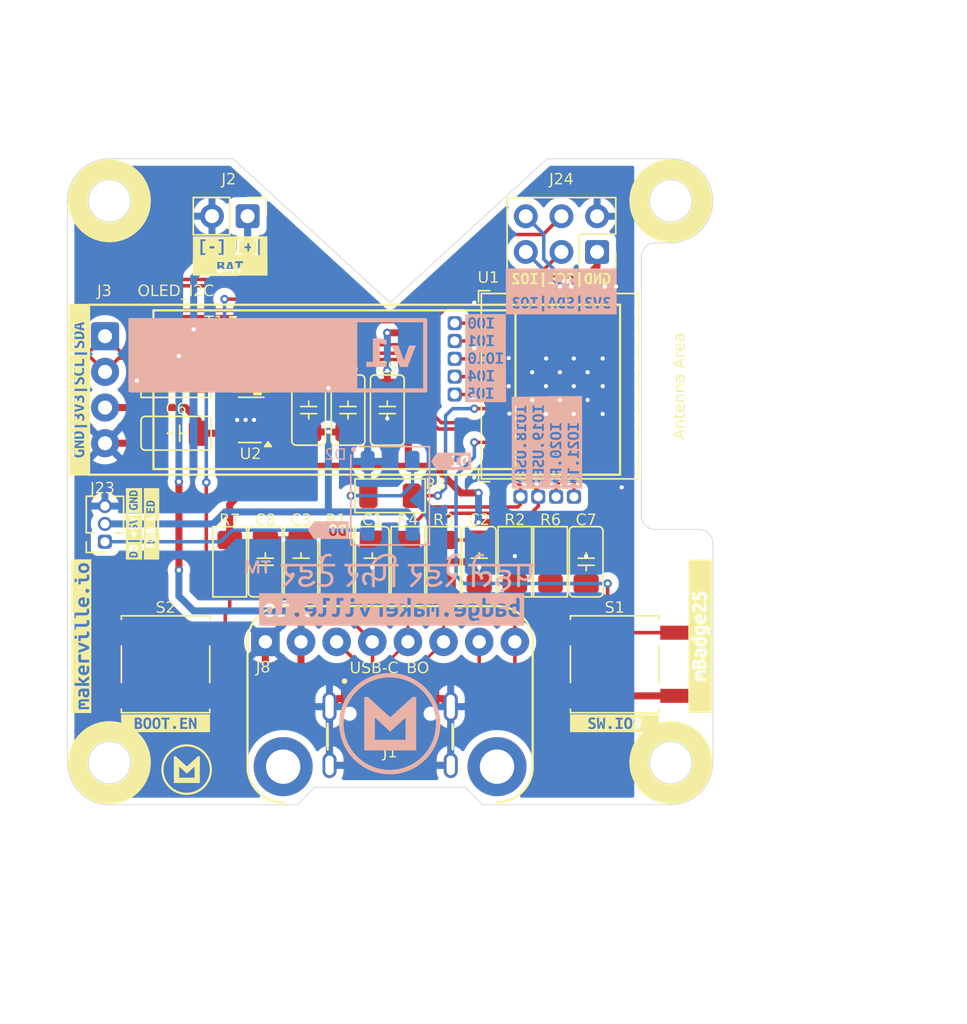
<source format=kicad_pcb>
(kicad_pcb (version 20241229) (generator "pcbnew") (generator_version "9.0")
  (layers (0 "F.Cu" signal) (2 "B.Cu" signal) (5 "F.SilkS" user "F.Silkscreen") (7 "B.SilkS" user "B.Silkscreen") (1 "F.Mask" user) (3 "B.Mask" user) (25 "Edge.Cuts" user))
  (net 0 "")
  (net 8 "Net-(J21-Pin_1)")
  (net 12 "Net-(J22-Pin_1)")
  (net 17 "/IO18.USBN")
  (net 18 "/GND")
  (net 19 "/CC1")
  (net 20 "/IO19.USBP")
  (net 21 "/VUSB")
  (net 22 "/5V0")
  (net 23 "/3V3")
  (net 24 "/IO9.SW")
  (net 25 "/EN")
  (net 26 "/SBU2")
  (net 27 "/DN")
  (net 28 "/DP")
  (net 29 "/CC2")
  (net 30 "/SBU1")
  (net 31 "/VBAT")
  (net 32 "/IO8.SCL")
  (net 33 "/IO7.SDA")
  (net 34 "/IO6.RGB")
  (net 35 "/IO20.RX")
  (net 36 "/IO10")
  (net 37 "/IO4")
  (net 38 "/IO5")
  (net 39 "/IO21.TX")
  (net 41 "/RGB.DO")
  (net 42 "/RGB.DI")
  (net 43 "/IO3.SAO")
  (net 44 "/IO2.SAO")
  (footprint "Library_FP_mbadge25:SW_SPST" (layer "F.Cu") (at 84 90)
    (property "Reference" "S2")
    (property "Value" "RST")
  )
  (footprint "Library_FP_mbadge25:ESP32-C3-MINI-1" (layer "F.Cu") (at 114.8 70.2 -90)
    (property "Reference" "U1")
    (property "Value" "ESP32-C3-MINI-1")
  )
  (footprint "Library_FP_mbadge25:C_1206_3216Metric_Pad1.33x1.80mm" (layer "F.Cu") (at 84.75 73.55 180)
    (property "Reference" "C6")
    (property "Value" "2.2µF" (hide yes))
  )
  (footprint "kibuzzard-67DDA805" (layer "F.Cu") (at 78 88 90)
    (property "Reference" "kibuzzard-67DDA805" (hide yes))
    (property "Value" "G***" (hide yes))
  )
  (footprint "kibuzzard-67DC7196" (layer "F.Cu") (at 77.85 70.45 90)
    (property "Reference" "kibuzzard-67DC7196" (hide yes))
    (property "Value" "G***" (hide yes))
  )
  (footprint "Library_FP_mbadge25:PinHeader_1x01_P1.27mm_Vertical" (layer "F.Cu") (at 104.6 68.25 90)
    (property "Reference" "J20" (hide yes))
    (property "Value" "Conn_IO10")
  )
  (footprint "Library_FP_mbadge25:C_1206_3216Metric_Pad1.33x1.80mm" (layer "F.Cu") (at 98.73 82.7 -90)
    (property "Reference" "C1")
    (property "Value" "47pF" (hide yes))
  )
  (footprint "kibuzzard-67DDAEB0" (layer "F.Cu") (at 122.1 88 90)
    (property "Reference" "kibuzzard-67DDAEB0" (hide yes))
    (property "Value" "G***" (hide yes))
  )
  (footprint "kibuzzard-67DC6E7C" (layer "F.Cu") (at 83 80 90)
    (property "Reference" "kibuzzard-67DC6E7C" (hide yes))
    (property "Value" "G***" (hide yes))
  )
  (footprint "kibuzzard-67DDA9CA" (layer "F.Cu") (at 88.6 60.3)
    (property "Reference" "kibuzzard-67DDA9CA" (hide yes))
    (property "Value" "G***" (hide yes))
  )
  (footprint "Library_FP_mbadge25:C_1206_3216Metric_Pad1.33x1.80mm" (layer "F.Cu") (at 91.11 82.7 90)
    (property "Reference" "C8")
    (property "Value" "1µF" (hide yes))
  )
  (footprint "Library_FP_mbadge25:USB_C_BO" (layer "F.Cu") (at 100 88.4 180)
    (property "Reference" "J8")
    (property "Value" "USB-C_BO")
  )
  (footprint "Library_FP_mbadge25:PinHeader_1x01_P1.27mm_Vertical" (layer "F.Cu") (at 109.29 78.07 90)
    (property "Reference" "J12" (hide yes))
    (property "Value" "Conn_IO18.USBN")
  )
  (footprint "Library_FP_mbadge25:PinHeader_1x01_P1.27mm_Vertical" (layer "F.Cu") (at 104.6 70.79 90)
    (property "Reference" "J16" (hide yes))
    (property "Value" "Conn_IO5")
  )
  (footprint "Library_FP_mbadge25:C_1206_3216Metric_Pad1.33x1.80mm" (layer "F.Cu") (at 106.35 82.7 -90)
    (property "Reference" "C2")
    (property "Value" "47pF" (hide yes))
  )
  (footprint "Library_FP_mbadge25:R_1206_3216Metric_Pad1.30x1.75mm" (layer "F.Cu") (at 103.81 82.7 90)
    (property "Reference" "R3")
    (property "Value" "27E" (hide yes))
  )
  (footprint "Library_FP_mbadge25:GCT_USB4105-GF-A" (layer "F.Cu") (at 100 97.2)
    (property "Reference" "J1")
    (property "Value" "USB4105-GF-A")
  )
  (footprint "Library_FP_mbadge25:PinHeader_1x01_P1.27mm_Vertical" (layer "F.Cu") (at 113.1 78.07 90)
    (property "Reference" "J9" (hide yes))
    (property "Value" "Conn_IO21.TX")
  )
  (footprint "Library_FP_mbadge25:PinHeader_1x01_P1.27mm_Vertical" (layer "F.Cu") (at 111.83 78.07 90)
    (property "Reference" "J10" (hide yes))
    (property "Value" "Conn_IO20.RX")
  )
  (footprint "Library_FP_mbadge25:PinHeader_1x01_P1.27mm_Vertical" (layer "F.Cu") (at 104.6 69.52 90)
    (property "Reference" "J15" (hide yes))
    (property "Value" "Conn_IO4")
  )
  (footprint "Library_FP_mbadge25:SOT-23-5_HandSoldering" (layer "F.Cu") (at 90.1 72.6 180)
    (property "Reference" "U2")
    (property "Value" "XC6220B331MR")
  )
  (footprint "Library_FP_mbadge25:R_1206_3216Metric_Pad1.30x1.75mm" (layer "F.Cu") (at 100 78)
    (property "Reference" "R8")
    (property "Value" "220E" (hide yes))
  )
  (footprint "kibuzzard-67E02D12" (layer "F.Cu") (at 112.2 62.7)
    (property "Reference" "kibuzzard-67E02D12" (hide yes))
    (property "Value" "G***" (hide yes))
  )
  (footprint "Library_FP_mbadge25:SW_SPST" (layer "F.Cu") (at 116 90)
    (property "Reference" "S1")
    (property "Value" "SW")
  )
  (footprint "Library_FP_mbadge25:R_1206_3216Metric_Pad1.30x1.75mm" (layer "F.Cu") (at 84.75 69.8)
    (property "Reference" "R5")
    (property "Value" "100k" (hide yes))
  )
  (footprint "Library_FP_mbadge25:PinHeader_1x01_P1.27mm_Vertical" (layer "F.Cu") (at 110.56 78.07 90)
    (property "Reference" "J11" (hide yes))
    (property "Value" "Conn_IO19.USBP")
  )
  (footprint "Library_FP_mbadge25:C_1206_3216Metric_Pad1.33x1.80mm" (layer "F.Cu") (at 97 71.9 90)
    (property "Reference" "C5")
    (property "Value" "2.2µF" (hide yes))
  )
  (footprint "kibuzzard-67DDAA0B" (layer "F.Cu") (at 88.6 61.7)
    (property "Reference" "kibuzzard-67DDAA0B" (hide yes))
    (property "Value" "G***" (hide yes))
  )
  (footprint "Library_FP_mbadge25:R_1206_3216Metric_Pad1.30x1.75mm" (layer "F.Cu") (at 111.43 82.7 90)
    (property "Reference" "R6")
    (property "Value" "100k" (hide yes))
  )
  (footprint "Library_FP_mbadge25:C_1206_3216Metric_Pad1.33x1.80mm" (layer "F.Cu") (at 113.97 82.7 90)
    (property "Reference" "C7")
    (property "Value" "100nF" (hide yes))
  )
  (footprint "Library_FP_mbadge25:OLED_128x32" (layer "F.Cu") (at 97.235 70.45)
    (property "Reference" "J3")
    (property "Value" "OLED_I2C")
  )
  (footprint "kibuzzard-67DC6E31" (layer "F.Cu") (at 81.75 80 90)
    (property "Reference" "kibuzzard-67DC6E31" (hide yes))
    (property "Value" "G***" (hide yes))
  )
  (footprint "Library_FP_mbadge25:PinHeader_1x01_P1.27mm_Vertical" (layer "F.Cu") (at 104.6 66.98 90)
    (property "Reference" "J22" (hide yes))
    (property "Value" "Conn_IO01")
  )
  (footprint "Library_FP_mbadge25:PinHeader_1x02_P2.54mm_Vertical" (layer "F.Cu") (at 89.845 58.09 -90)
    (property "Reference" "J2")
    (property "Value" "BAT")
  )
  (footprint "Library_FP_mbadge25:PinHeader_1x01_P1.27mm_Vertical" (layer "F.Cu") (at 104.6 65.71 90)
    (property "Reference" "J21" (hide yes))
    (property "Value" "Conn_IO00")
  )
  (footprint "Library_FP_mbadge25:PinSocket_1x03_P1.27mm_Vertical" (layer "F.Cu") (at 79.675 81.275 180)
    (property "Reference" "J23")
    (property "Value" "RGB")
  )
  (footprint "Library_FP_mbadge25:SOT-23-3" (layer "F.Cu") (at 90.1 67.1)
    (property "Reference" "T1")
    (property "Value" "LP0404N3T5G")
  )
  (footprint "Library_FP_mbadge25:C_1206_3216Metric_Pad1.33x1.80mm" (layer "F.Cu") (at 99.8 71.9 -90)
    (property "Reference" "C9")
    (property "Value" "1µF" (hide yes))
  )
  (footprint "Library_FP_mbadge25:R_1206_3216Metric_Pad1.30x1.75mm" (layer "F.Cu") (at 96.19 82.7 90)
    (property "Reference" "R1")
    (property "Value" "5k1" (hide yes))
  )
  (footprint "Library_FP_mbadge25:C_1206_3216Metric_Pad1.33x1.80mm" (layer "F.Cu") (at 93.65 82.7 90)
    (property "Reference" "C3")
    (property "Value" "100nF" (hide yes))
  )
  (footprint "Library_FP_mbadge25:D_SOD-523" (layer "F.Cu") (at 90.1 69.8 180)
    (property "Reference" "D1")
    (property "Value" "MSK4005" (hide yes))
  )
  (footprint "Library_FP_mbadge25:R_1206_3216Metric_Pad1.30x1.75mm" (layer "F.Cu") (at 88.57 82.7 90)
    (property "Reference" "R7")
    (property "Value" "10k" (hide yes))
  )
  (footprint "Library_FP_mbadge25:PinSocket_2x03_P2.54mm_Vertical" (layer "F.Cu") (at 114.75 60.64 -90)
    (property "Reference" "J24")
    (property "Value" "Simple_Addon_v2")
  )
  (footprint "Library_FP_mbadge25:R_1206_3216Metric_Pad1.30x1.75mm" (layer "F.Cu") (at 108.89 82.7 90)
    (property "Reference" "R2")
    (property "Value" "5k1" (hide yes))
  )
  (footprint "Library_FP_mbadge25:R_1206_3216Metric_Pad1.30x1.75mm" (layer "F.Cu") (at 101.27 82.7 90)
    (property "Reference" "R4")
    (property "Value" "27E" (hide yes))
  )
  (footprint "kibuzzard-67DC7585" (layer "F.Cu") (at 84 94.2)
    (property "Reference" "kibuzzard-67DC7585" (hide yes))
    (property "Value" "G***" (hide yes))
  )
  (footprint "kibuzzard-67DC74C1" (layer "F.Cu") (at 116 94.2)
    (property "Reference" "kibuzzard-67DC74C1" (hide yes))
    (property "Value" "G***" (hide yes))
  )
  (footprint "Library_FP_mbadge25:C_1206_3216Metric_Pad1.33x1.80mm" (layer "F.Cu") (at 94.2 71.9 90)
    (property "Reference" "C4")
    (property "Value" "2.2µF" (hide yes))
  )
  (footprint "kibuzzard-67DDB008" (layer "B.Cu") (at 106.8 66.95 180)
    (property "Reference" "kibuzzard-67DDB008" (hide yes))
    (property "Value" "G***" (hide yes))
  )
  (footprint "kibuzzard-67DC7C9D" (layer "B.Cu") (at 95.6 80.45 180)
    (property "Reference" "kibuzzard-67DC7C9D" (hide yes))
    (property "Value" "G***" (hide yes))
  )
  (footprint "kibuzzard-67DDB00D" (layer "B.Cu") (at 106.8 68.2 180)
    (property "Reference" "kibuzzard-67DDB00D" (hide yes))
    (property "Value" "G***" (hide yes))
  )
  (footprint "kibuzzard-67DDB002" (layer "B.Cu") (at 106.8 65.7 180)
    (property "Reference" "kibuzzard-67DDB002" (hide yes))
    (property "Value" "G***" (hide yes))
  )
  (footprint "kibuzzard-67DDB012" (layer "B.Cu") (at 106.8 69.45 180)
    (property "Reference" "kibuzzard-67DDB012" (hide yes))
    (property "Value" "G***" (hide yes))
  )
  (footprint "kibuzzard-67DDB04A" (layer "B.Cu") (at 109.3 74.22 -90)
    (property "Reference" "kibuzzard-67DDB04A" (hide yes))
    (property "Value" "G***" (hide yes))
  )
  (footprint "kibuzzard-67DDB045" (layer "B.Cu") (at 110.55 74.21 -90)
    (property "Reference" "kibuzzard-67DDB045" (hide yes))
    (property "Value" "G***" (hide yes))
  )
  (footprint "kibuzzard-67E616D7" (layer "B.Cu") (at 100 83.5 180)
    (property "Reference" "kibuzzard-67E616D7" (hide yes))
    (property "Value" "G***" (hide yes))
  )
  (footprint "Library_FP_mbadge25:LED_WS2812B_PLCC4_5.0x5.0mm_P3.2mm" (layer "B.Cu") (at 100 78 90)
    (property "Reference" "D2")
    (property "Value" "WS2812B" (hide yes))
  )
  (footprint "kibuzzard-67DDB040" (layer "B.Cu") (at 111.8 74.2 -90)
    (property "Reference" "kibuzzard-67DDB040" (hide yes))
    (property "Value" "G***" (hide yes))
  )
  (footprint "kibuzzard-67E1BB32" (layer "B.Cu") (at 100.106086 86.1 180)
    (property "Reference" "kibuzzard-67E1BB32" (hide yes))
    (property "Value" "G***" (hide yes))
  )
  (footprint "kibuzzard-67DDB018" (layer "B.Cu") (at 106.8 70.7 180)
    (property "Reference" "kibuzzard-67DDB018" (hide yes))
    (property "Value" "G***" (hide yes))
  )
  (footprint "kibuzzard-67DC7478" (layer "B.Cu") (at 112.2 63.45 180)
    (property "Reference" "kibuzzard-67DC7478" (hide yes))
    (property "Value" "G***" (hide yes))
  )
  (footprint "kibuzzard-67DC7C6A" (layer "B.Cu") (at 104.35 75.55 180)
    (property "Reference" "kibuzzard-67DC7C6A" (hide yes))
    (property "Value" "G***" (hide yes))
  )
  (footprint "kibuzzard-67DDB039" (layer "B.Cu") (at 113.05 74.2 -90)
    (property "Reference" "kibuzzard-67DDB039" (hide yes))
    (property "Value" "G***" (hide yes))
  )
  (gr_circle (center 120 97) (end 122.25 97) (stroke (width 1.4)) (fill no) (layer "F.SilkS"))
  (gr_circle (center 80 57) (end 82.25 57) (stroke (width 1.4)) (fill no) (layer "F.SilkS"))
  (gr_poly (pts (xy 85.516828 97.273094) (xy 86.309837 96.550729) (xy 86.442923 96.550729) (xy 86.442923 98.454459) (xy 84.59084 98.454459) (xy 84.59084 97.289392) (xy 84.971046 97.289392) (xy 84.971046 98.074199) (xy 86.062716 98.074199) (xy 86.062716 97.289392) (xy 85.516881 97.786386) (xy 84.971046 97.289392) (xy 84.59084 97.289392) (xy 84.59084 96.550729) (xy 84.721173 96.550729)) (stroke (width -0.000001)) (fill yes) (layer "F.SilkS"))
  (gr_poly (pts (xy 85.588743 95.777743) (xy 85.676321 95.784403) (xy 85.762625 95.79537) (xy 85.847548 95.810535) (xy 85.93098 95.829791) (xy 86.012815 95.85303) (xy 86.092942 95.880142) (xy 86.171254 95.911019) (xy 86.247643 95.945554) (xy 86.322 95.983637) (xy 86.394217 96.025161) (xy 86.464186 96.070017) (xy 86.531797 96.118097) (xy 86.596943 96.169292) (xy 86.659516 96.223494) (xy 86.719407 96.280594) (xy 86.776508 96.340485) (xy 86.83071 96.403058) (xy 86.881904 96.468204) (xy 86.929984 96.535816) (xy 86.97484 96.605784) (xy 87.016364 96.678001) (xy 87.054447 96.752358) (xy 87.088982 96.828747) (xy 87.119859 96.907059) (xy 87.146972 96.987187) (xy 87.17021 97.069021) (xy 87.189466 97.152453) (xy 87.204632 97.237376) (xy 87.215598 97.32368) (xy 87.222258 97.411258) (xy 87.224502 97.500001) (xy 87.222258 97.588743) (xy 87.215598 97.676321) (xy 87.204632 97.762625) (xy 87.189466 97.847548) (xy 87.17021 97.93098) (xy 87.146972 98.012815) (xy 87.119859 98.092942) (xy 87.088982 98.171254) (xy 87.054447 98.247643) (xy 87.016364 98.322) (xy 86.97484 98.394217) (xy 86.929984 98.464186) (xy 86.881904 98.531797) (xy 86.83071 98.596943) (xy 86.776508 98.659516) (xy 86.719407 98.719407) (xy 86.659516 98.776508) (xy 86.596943 98.83071) (xy 86.531797 98.881904) (xy 86.464186 98.929984) (xy 86.394217 98.97484) (xy 86.322 99.016364) (xy 86.247643 99.054447) (xy 86.171254 99.088982) (xy 86.092942 99.119859) (xy 86.012815 99.146972) (xy 85.93098 99.17021) (xy 85.847548 99.189466) (xy 85.762625 99.204632) (xy 85.676321 99.215598) (xy 85.588743 99.222258) (xy 85.500001 99.224502) (xy 85.411258 99.222258) (xy 85.32368 99.215598) (xy 85.237376 99.204632) (xy 85.152453 99.189466) (xy 85.069021 99.17021) (xy 84.987187 99.146972) (xy 84.907059 99.119859) (xy 84.828747 99.088982) (xy 84.752358 99.054447) (xy 84.678001 99.016364) (xy 84.605784 98.97484) (xy 84.535816 98.929984) (xy 84.468204 98.881904) (xy 84.403058 98.83071) (xy 84.340485 98.776508) (xy 84.280594 98.719407) (xy 84.223494 98.659516) (xy 84.169292 98.596943) (xy 84.118097 98.531797) (xy 84.070017 98.464186) (xy 84.025161 98.394217) (xy 83.983637 98.322) (xy 83.945554 98.247643) (xy 83.911019 98.171254) (xy 83.880142 98.092942) (xy 83.85303 98.012815) (xy 83.829791 97.93098) (xy 83.810535 97.847548) (xy 83.79537 97.762625) (xy 83.784403 97.676321) (xy 83.777743 97.588743) (xy 83.775499 97.500001) (xy 83.777743 97.411258) (xy 83.784403 97.32368) (xy 83.79537 97.237376) (xy 83.810535 97.152453) (xy 83.829791 97.069021) (xy 83.85303 96.987187) (xy 83.880142 96.907059) (xy 83.911019 96.828747) (xy 83.945554 96.752358) (xy 83.983637 96.678001) (xy 84.025161 96.605784) (xy 84.070017 96.535816) (xy 84.118097 96.468204) (xy 84.169292 96.403058) (xy 84.223494 96.340485) (xy 84.280594 96.280594) (xy 84.340485 96.223494) (xy 84.403058 96.169292) (xy 84.468204 96.118097) (xy 84.535816 96.070017) (xy 84.605784 96.025161) (xy 84.678001 95.983637) (xy 84.752358 95.945554) (xy 84.828747 95.911019) (xy 84.907059 95.880142) (xy 84.987187 95.85303) (xy 85.069021 95.829791) (xy 85.152453 95.810535) (xy 85.237376 95.79537) (xy 85.32368 95.784403) (xy 85.411258 95.777743) (xy 85.500001 95.775499)) (stroke (width 0.158749) (color 2 2 2 1)) (fill no) (layer "F.SilkS"))
  (gr_circle (center 120 57) (end 122.25 57) (stroke (width 1.4)) (fill no) (layer "F.SilkS"))
  (gr_circle (center 80 97) (end 82.25 97) (stroke (width 1.4)) (fill no) (layer "F.SilkS"))
  (gr_poly (pts (xy 100.008223 93.773417) (xy 101.594241 92.328686) (xy 101.860412 92.328686) (xy 101.860412 96.136146) (xy 98.156246 96.136146) (xy 98.156246 93.806014) (xy 98.916658 93.806014) (xy 98.916658 95.375628) (xy 101.1 95.375628) (xy 101.1 93.806014) (xy 100.008329 94.8) (xy 98.916658 93.806014) (xy 98.156246 93.806014) (xy 98.156246 92.328686) (xy 98.416914 92.328686)) (stroke (width -0.000001)) (fill yes) (layer "B.SilkS"))
  (gr_rect (start 97.5 65.5) (end 102.5 70.5) (stroke (width 0.3)) (fill no) (layer "B.SilkS"))
  (gr_rect (start 81.5 65.5) (end 97.5 70.5) (stroke (width 0.3)) (fill yes) (layer "B.SilkS"))
  (gr_poly (pts (xy 100.152054 90.782716) (xy 100.327209 90.796035) (xy 100.499817 90.817968) (xy 100.669663 90.848299) (xy 100.836528 90.886812) (xy 101.000196 90.933288) (xy 101.160451 90.987512) (xy 101.317076 91.049267) (xy 101.469853 91.118337) (xy 101.618568 91.194504) (xy 101.763001 91.277551) (xy 101.902938 91.367263) (xy 102.038161 91.463422) (xy 102.168454 91.565812) (xy 102.293599 91.674216) (xy 102.413381 91.788417) (xy 102.527582 91.908199) (xy 102.635986 92.033344) (xy 102.738376 92.163637) (xy 102.834535 92.29886) (xy 102.924247 92.438797) (xy 103.007294 92.583231) (xy 103.083461 92.731945) (xy 103.152531 92.884723) (xy 103.214286 93.041348) (xy 103.26851 93.201602) (xy 103.314987 93.365271) (xy 103.353499 93.532136) (xy 103.38383 93.701981) (xy 103.405764 93.87459) (xy 103.419083 94.049745) (xy 103.42357 94.22723) (xy 103.419083 94.404716) (xy 103.405764 94.579871) (xy 103.38383 94.752479) (xy 103.353499 94.922325) (xy 103.314987 95.08919) (xy 103.26851 95.252858) (xy 103.214286 95.413113) (xy 103.152531 95.569738) (xy 103.083461 95.722515) (xy 103.007294 95.87123) (xy 102.924247 96.015663) (xy 102.834535 96.1556) (xy 102.738376 96.290823) (xy 102.635986 96.421116) (xy 102.527582 96.546261) (xy 102.413381 96.666043) (xy 102.293599 96.780244) (xy 102.168454 96.888648) (xy 102.038161 96.991038) (xy 101.902938 97.087197) (xy 101.763001 97.176909) (xy 101.618568 97.259956) (xy 101.469853 97.336123) (xy 101.317076 97.405193) (xy 101.160451 97.466948) (xy 101.000196 97.521172) (xy 100.836528 97.567649) (xy 100.669663 97.606161) (xy 100.499817 97.636492) (xy 100.327209 97.658426) (xy 100.152054 97.671745) (xy 99.974568 97.676232) (xy 99.797083 97.671745) (xy 99.621928 97.658426) (xy 99.449319 97.636492) (xy 99.279474 97.606161) (xy 99.112609 97.567649) (xy 98.94894 97.521172) (xy 98.788686 97.466948) (xy 98.632061 97.405193) (xy 98.479283 97.336123) (xy 98.330569 97.259956) (xy 98.186135 97.176909) (xy 98.046198 97.087197) (xy 97.910975 96.991038) (xy 97.780682 96.888648) (xy 97.655537 96.780244) (xy 97.535755 96.666043) (xy 97.421554 96.546261) (xy 97.31315 96.421116) (xy 97.21076 96.290823) (xy 97.114601 96.1556) (xy 97.024889 96.015663) (xy 96.941842 95.87123) (xy 96.865675 95.722515) (xy 96.796605 95.569738) (xy 96.73485 95.413113) (xy 96.680626 95.252858) (xy 96.63415 95.08919) (xy 96.595637 94.922325) (xy 96.565306 94.752479) (xy 96.543373 94.579871) (xy 96.530054 94.404716) (xy 96.525566 94.22723) (xy 96.530054 94.049745) (xy 96.543373 93.87459) (xy 96.565306 93.701981) (xy 96.595637 93.532136) (xy 96.63415 93.365271) (xy 96.680626 93.201602) (xy 96.73485 93.041348) (xy 96.796605 92.884723) (xy 96.865675 92.731945) (xy 96.941842 92.583231) (xy 97.024889 92.438797) (xy 97.114601 92.29886) (xy 97.21076 92.163637) (xy 97.31315 92.033344) (xy 97.421554 91.908199) (xy 97.535755 91.788417) (xy 97.655537 91.674216) (xy 97.780682 91.565812) (xy 97.910975 91.463422) (xy 98.046198 91.367263) (xy 98.186135 91.277551) (xy 98.330569 91.194504) (xy 98.479283 91.118337) (xy 98.632061 91.049267) (xy 98.788686 90.987512) (xy 98.94894 90.933288) (xy 99.112609 90.886812) (xy 99.279474 90.848299) (xy 99.449319 90.817968) (xy 99.621928 90.796035) (xy 99.797083 90.782716) (xy 99.974568 90.778228)) (stroke (width 0.317499) (color 2 2 2 1)) (fill no) (layer "B.SilkS"))
  (gr_line (start 118.9 80.4) (end 122 80.4) (stroke (width 0.05)) (layer "Edge.Cuts"))
  (gr_circle (center 80 57) (end 78.5 57) (stroke (width 0.05)) (fill no) (layer "Edge.Cuts"))
  (gr_line (start 105.35 98.75) (end 106.6 100) (stroke (width 0.05)) (layer "Edge.Cuts"))
  (gr_line (start 111.2 54) (end 120 54) (stroke (width 0.05)) (layer "Edge.Cuts"))
  (gr_line (start 100 98.75) (end 94.65 98.75) (stroke (width 0.05)) (layer "Edge.Cuts"))
  (gr_line (start 120 60) (end 118.9 60) (stroke (width 0.05)) (layer "Edge.Cuts"))
  (gr_line (start 106.6 100) (end 120 100) (stroke (width 0.05)) (layer "Edge.Cuts"))
  (gr_arc (start 80 100) (mid 77.87868 99.12132) (end 77 97) (stroke (width 0.05)) (layer "Edge.Cuts"))
  (gr_line (start 100 64.25) (end 111.2 54) (stroke (width 0.05)) (layer "Edge.Cuts"))
  (gr_line (start 88.8 54) (end 80 54) (stroke (width 0.05)) (layer "Edge.Cuts"))
  (gr_line (start 123 81.4) (end 123 97) (stroke (width 0.05)) (layer "Edge.Cuts"))
  (gr_circle (center 80 97) (end 78.5 97) (stroke (width 0.05)) (fill no) (layer "Edge.Cuts"))
  (gr_line (start 93.4 100) (end 80 100) (stroke (width 0.05)) (layer "Edge.Cuts"))
  (gr_arc (start 117.9 61) (mid 118.192893 60.292893) (end 118.9 60) (stroke (width 0.05)) (layer "Edge.Cuts"))
  (gr_line (start 117.9 61) (end 117.9 79.4) (stroke (width 0.05)) (layer "Edge.Cuts"))
  (gr_arc (start 77 57) (mid 77.87868 54.87868) (end 80 54) (stroke (width 0.05)) (layer "Edge.Cuts"))
  (gr_arc (start 123 97) (mid 122.12132 99.12132) (end 120 100) (stroke (width 0.05)) (layer "Edge.Cuts"))
  (gr_arc (start 120 54) (mid 123 57) (end 120 60) (stroke (width 0.05)) (layer "Edge.Cuts"))
  (gr_arc (start 122 80.4) (mid 122.707107 80.692893) (end 123 81.4) (stroke (width 0.05)) (layer "Edge.Cuts"))
  (gr_circle (center 120 57) (end 121.5 57) (stroke (width 0.05)) (fill no) (layer "Edge.Cuts"))
  (gr_line (start 100 64.25) (end 88.8 54) (stroke (width 0.05)) (layer "Edge.Cuts"))
  (gr_line (start 100 98.75) (end 105.35 98.75) (stroke (width 0.05)) (layer "Edge.Cuts"))
  (gr_line (start 77 97) (end 77 57) (stroke (width 0.05)) (layer "Edge.Cuts"))
  (gr_circle (center 120 97) (end 121.5 97) (stroke (width 0.05)) (fill no) (layer "Edge.Cuts"))
  (gr_arc (start 118.9 80.4) (mid 118.192893 80.107107) (end 117.9 79.4) (stroke (width 0.05)) (layer "Edge.Cuts"))
  (gr_line (start 93.4 100) (end 94.65 98.75) (stroke (width 0.05)) (layer "Edge.Cuts"))
  (gr_text "v1" (at 100 68 0) (layer "B.SilkS") (effects (font (size 2 2) (thickness 0.4) (bold yes)) (justify mirror)))
  (segment (start 105.99 65.71) (end 104.6 65.71) (width 0.25) (layer "F.Cu") (net 8))
  (segment (start 107.2 65.4) (end 106.3 65.4) (width 0.25) (layer "F.Cu") (net 8))
  (segment (start 106.3 65.4) (end 105.99 65.71) (width 0.25) (layer "F.Cu") (net 8))
  (segment (start 107.2 66.2) (end 106.3 66.2) (width 0.25) (layer "F.Cu") (net 12))
  (segment (start 106.3 66.2) (end 105.52 66.98) (width 0.25) (layer "F.Cu") (net 12))
  (segment (start 105.52 66.98) (end 104.6 66.98) (width 0.25) (layer "F.Cu") (net 12))
  (segment (start 108.9 76.9) (end 108.9 76.1) (width 0.25) (layer "F.Cu") (net 17))
  (segment (start 102.9 78.8) (end 109.1 78.8) (width 0.25) (layer "F.Cu") (net 17))
  (segment (start 101.2575 81.1375) (end 101.27 81.15) (width 0.25) (layer "F.Cu") (net 17))
  (segment (start 109.29 78.07) (end 109.29 77.29) (width 0.25) (layer "F.Cu") (net 17))
  (segment (start 98.73 81.1375) (end 101.2575 81.1375) (width 0.25) (layer "F.Cu") (net 17))
  (segment (start 109.29 77.29) (end 108.9 76.9) (width 0.25) (layer "F.Cu") (net 17))
  (segment (start 109.29 78.61) (end 109.29 78.07) (width 0.25) (layer "F.Cu") (net 17))
  (segment (start 101.27 81.15) (end 101.27 80.43) (width 0.25) (layer "F.Cu") (net 17))
  (segment (start 109.1 78.8) (end 109.29 78.61) (width 0.25) (layer "F.Cu") (net 17))
  (segment (start 101.27 80.43) (end 102.9 78.8) (width 0.25) (layer "F.Cu") (net 17))
  (segment (start 103.2 92.445) (end 103.745 92.445) (width 0.5) (layer "F.Cu") (net 18))
  (segment (start 108.89 82.3) (end 108.89 81.15) (width 0.5) (layer "F.Cu") (net 18))
  (segment (start 117.05 76.15) (end 117.05 75.55) (width 0.5) (layer "F.Cu") (net 18))
  (segment (start 117.05 64.85) (end 117 64.9) (width 0.5) (layer "F.Cu") (net 18))
  (segment (start 106.55 76.15) (end 106 76.7) (width 0.5) (layer "F.Cu") (net 18))
  (segment (start 88.25 92.25) (end 91.11 92.25) (width 0.5) (layer "F.Cu") (net 18))
  (segment (start 95.68 93.02) (end 91.88 93.02) (width 0.5) (layer "F.Cu") (net 18))
  (segment (start 117 71.8) (end 117 71) (width 0.5) (layer "F.Cu") (net 18))
  (segment (start 116.5 64.3) (end 116.1 64.3) (width 0.5) (layer "F.Cu") (net 18))
  (segment (start 115.7 67.8) (end 117 67.8) (width 0.5) (layer "F.Cu") (net 18))
  (segment (start 108.1 64.3) (end 108.1 67) (width 0.5) (layer "F.Cu") (net 18))
  (segment (start 108.525 72.175) (end 108.5 72.15) (width 0.5) (layer "F.Cu") (net 18))
  (segment (start 114.075 70.2) (end 114.075 71.18) (width 0.5) (layer "F.Cu") (net 18))
  (segment (start 108.89 82.7) (end 113.6 82.7) (width 0.5) (layer "F.Cu") (net 18))
  (segment (start 90.3 72.6) (end 89.7 72.6) (width 0.5) (layer "F.Cu") (net 18))
  (segment (start 98.7 82.7) (end 106.3 82.7) (width 0.5) (layer "F.Cu") (net 18))
  (segment (start 106.35 84.2625) (end 106.35 83.1) (width 0.5) (layer "F.Cu") (net 18))
  (segment (start 120.25 92.25) (end 111.75 92.25) (width 0.5) (layer "F.Cu") (net 18))
  (segment (start 99.8 73.4625) (end 99.8 72.5) (width 0.5) (layer "F.Cu") (net 18))
  (segment (start 108.45 70.2) (end 108.45 68.225) (width 0.5) (layer "F.Cu") (net 18))
  (segment (start 107.6 64.3) (end 107.55 64.25) (width 0.5) (layer "F.Cu") (net 18))
  (segment (start 113.09 68.225) (end 114.075 68.225) (width 0.5) (layer "F.Cu") (net 18))
  (segment (start 117 66.2) (end 117 65.4) (width 0.5) (layer "F.Cu") (net 18))
  (segment (start 106.5 67) (end 106 67.5) (width 0.5) (layer "F.Cu") (net 18))
  (segment (start 114.075 71.18) (end 114.075 72.175) (width 0.5) (layer "F.Cu") (net 18))
  (segment (start 113.08 72.175) (end 112.1 72.175) (width 0.5) (layer "F.Cu") (net 18))
  (segment (start 112.1 72.175) (end 111.11 72.175) (width 0.5) (layer "F.Cu") (net 18))
  (segment (start 97.6 72) (end 97 71.4) (width 0.5) (layer "F.Cu") (net 18))
  (segment (start 110.125 72.175) (end 110.125 71.18) (width 0.5) (layer "F.Cu") (net 18))
  (segment (start 112.1 71.18) (end 112.1 70.2) (width 0.5) (layer "F.Cu") (net 18))
  (segment (start 117.05 76.85) (end 116.5 77.4) (width 0.5) (layer "F.Cu") (net 18))
  (segment (start 112.1 69.21) (end 112.1 70.2) (width 0.5) (layer "F.Cu") (net 18))
  (segment (start 83.2 69.8) (end 81.95 69.8) (width 0.5) (layer "F.Cu") (net 18))
  (segment (start 91.88 93.02) (end 91.11 92.25) (width 0.5) (layer "F.Cu") (net 18))
  (segment (start 117 64.9) (end 117 65.4) (width 0.5) (layer "F.Cu") (net 18))
  (segment (start 110.125 71.18) (end 110.125 70.2) (width 0.5) (layer "F.Cu") (net 18))
  (segment (start 117.05 75.55) (end 117 75.5) (width 0.5) (layer "F.Cu") (net 18))
  (segment (start 110.125 70.2) (end 111.11 70.2) (width 0.5) (layer "F.Cu") (net 18))
  (segment (start 112.1 68.225) (end 113.09 68.225) (width 0.5) (layer "F.Cu") (net 18))
  (segment (start 110.125 69.21) (end 110.125 68.225) (width 0.5) (layer "F.Cu") (net 18))
  (segment (start 111.11 70.2) (end 112.1 70.2) (width 0.5) (layer "F.Cu") (net 18))
  (segment (start 79.75 92.25) (end 88.25 92.25) (width 0.5) (layer "F.Cu") (net 18))
  (segment (start 108.45 68.2) (end 108.45 67.35) (width 0.5) (layer "F.Cu") (net 18))
  (segment (start 110.125 68.225) (end 111.12 68.225) (width 0.5) (layer "F.Cu") (net 18))
  (segment (start 110.125 72.175) (end 108.525 72.175) (width 0.5) (layer "F.Cu") (net 18))
  (segment (start 83.1875 73.55) (end 82.2 73.55) (width 0.5) (layer "F.Cu") (net 18))
  (segment (start 112.1 68.225) (end 112.1 69.21) (width 0.5) (layer "F.Cu") (net 18))
  (segment (start 111.12 68.225) (end 112.1 68.225) (width 0.5) (layer "F.Cu") (net 18))
  (segment (start 115.275 68.225) (end 115.7 67.8) (width 0.5) (layer "F.Cu") (net 18))
  (segment (start 117.05 64.25) (end 116.55 64.25) (width 0.5) (layer "F.Cu") (net 18))
  (segment (start 108.1 64.3) (end 107.6 64.3) (width 0.5) (layer "F.Cu") (net 18))
  (segment (start 107.2 67) (end 106.5 67) (width 0.5) (layer "F.Cu") (net 18))
  (segment (start 96.255 92.445) (end 95.68 93.02) (width 0.5) (layer "F.Cu") (net 18))
  (segment (start 113.09 70.2) (end 114.075 70.2) (width 0.5) (layer "F.Cu") (net 18))
  (segment (start 97 71.4) (end 97 70.3375) (width 0.5) (layer "F.Cu") (net 18))
  (segment (start 95.68 97.2) (end 104.32 97.2) (width 0.5) (layer "F.Cu") (net 18))
  (segment (start 108.75 92.25) (end 111.75 92.25) (width 0.5) (layer "F.Cu") (net 18))
  (segment (start 94.9 81.1375) (end 96.1775 81.1375) (width 0.5) (layer "F.Cu") (net 18))
  (segment (start 99.3 72) (end 97.6 72) (width 0.5) (layer "F.Cu") (net 18))
  (segment (start 106.35 82.75) (end 106.3 82.7) (width 0.5) (layer "F.Cu") (net 18))
  (segment (start 117 72.6) (end 117 71.8) (width 0.5) (layer "F.Cu") (net 18))
  (segment (start 115.15 68.225) (end 115.275 68.225) (width 0.5) (layer "F.Cu") (net 18))
  (segment (start 116.55 64.25) (end 116.5 64.3) (width 0.5) (layer "F.Cu") (net 18))
  (segment (start 115.9 72.6) (end 117 72.6) (width 0.5) (layer "F.Cu") (net 18))
  (segment (start 116.1 64.3) (end 115.3 64.3) (width 0.5) (layer "F.Cu") (net 18))
  (segment (start 98.73 83.1) (end 98.73 82.73) (width 0.5) (layer "F.Cu") (net 18))
  (segment (start 117 71) (end 117 70.2) (width 0.5) (layer "F.Cu") (net 18))
  (segment (start 82.2 73.55) (end 81.49 74.26) (width 0.5) (layer "F.Cu") (net 18))
  (segment (start 108.45 67.35) (end 108.1 67) (width 0.5) (layer "F.Cu") (net 18))
  (segment (start 107.15 76.15) (end 106.55 76.15) (width 0.5) (layer "F.Cu") (net 18))
  (segment (start 110.125 70.2) (end 108.45 70.2) (width 0.5) (layer "F.Cu") (net 18))
  (segment (start 96.19 82.29) (end 96.6 82.7) (width 0.5) (layer "F.Cu") (net 18))
  (segment (start 114.075 70.2) (end 115.15 70.2) (width 0.5) (layer "F.Cu") (net 18))
  (segment (start 104.32 93.02) (end 107.98 93.02) (width 0.5) (layer "F.Cu") (net 18))
  (segment (start 96.19 81.15) (end 96.19 82.29) (width 0.5) (layer "F.Cu") (net 18))
  (segment (start 115.3 64.3) (end 115.3 63.1) (width 0.5) (layer "F.Cu") (net 18))
  (segment (start 91.45 72.6) (end 90.3 72.6) (width 0.5) (layer "F.Cu") (net 18))
  (segment (start 95.68 97.2) (end 95.68 93.02) (width 0.5) (layer "F.Cu") (net 18))
  (segment (start 108.45 68.225) (end 110.125 68.225) (width 0.5) (layer "F.Cu") (net 18))
  (segment (start 107.2 67) (end 108.1 67) (width 0.5) (layer "F.Cu") (net 18))
  (segment (start 107.15 64.25) (end 107.55 64.25) (width 0.5) (layer "F.Cu") (net 18))
  (segment (start 91.11 88.4) (end 91.11 92.25) (width 0.5) (layer "F.Cu") (net 18))
  (segment (start 106.35 83.1) (end 106.35 82.75) (width 0.5) (layer "F.Cu") (net 18))
  (segment (start 108.45 72.1) (end 108.45 70.2) (width 0.5) (layer "F.Cu") (net 18))
  (segment (start 117.05 76.15) (end 117.05 76.85) (width 0.5) (layer "F.Cu") (net 18))
  (segment (start 114.075 72.175) (end 113.08 72.175) (width 0.5) (layer "F.Cu") (net 18))
  (segment (start 115.15 70.2) (end 117 70.2) (width 0.5) (layer "F.Cu") (net 18))
  (segment (start 95.6 70.3375) (end 97 70.3375) (width 0.5) (layer "F.Cu") (net 18))
  (segment (start 96.8 92.445) (end 96.255 92.445) (width 0.5) (layer "F.Cu") (net 18))
  (segment (start 117 74.2) (end 117 73.4) (width 0.5) (layer "F.Cu") (net 18))
  (segment (start 114.075 72.175) (end 115.15 72.175) (width 0.5) (layer "F.Cu") (net 18))
  (segment (start 113.97 82.33) (end 113.97 82.3) (width 0.5) (layer "F.Cu") (net 18))
  (segment (start 107.98 93.02) (end 108.75 92.25) (width 0.5) (layer "F.Cu") (net 18))
  (segment (start 113.97 82.3) (end 113.97 81.1375) (width 0.5) (layer "F.Cu") (net 18))
  (segment (start 92.4 81.1375) (end 93.65 81.1375) (width 0.5) (layer "F.Cu") (net 18))
  (segment (start 107.15 64.25) (end 106 64.25) (width 0.5) (layer "F.Cu") (net 18))
  (segment (start 116.1 64.3) (end 116.1 63.1) (width 0.5) (layer "F.Cu") (net 18))
  (segment (start 114.075 68.225) (end 115.15 68.225) (width 0.5) (layer "F.Cu") (net 18))
  (segment (start 111.11 72.175) (end 110.125 72.175) (width 0.5) (layer "F.Cu") (net 18))
  (segment (start 117 75.5) (end 117 75) (width 0.5) (layer "F.Cu") (net 18))
  (segment (start 104.32 97.2) (end 104.32 93.02) (width 0.5) (layer "F.Cu") (net 18))
  (segment (start 117 68.6) (end 117 67.8) (width 0.5) (layer "F.Cu") (net 18))
  (segment (start 106.3 82.7) (end 108.89 82.7) (width 0.5) (layer "F.Cu") (net 18))
  (segment (start 96.6 82.7) (end 98.7 82.7) (width 0.5) (layer "F.Cu") (net 18))
  (segment (start 115.15 72.175) (end 115.475 72.175) (width 0.5) (layer "F.Cu") (net 18))
  (segment (start 98.73 82.73) (end 98.7 82.7) (width 0.5) (layer "F.Cu") (net 18))
  (segment (start 94.2 70.3375) (end 95.6 70.3375) (width 0.5) (layer "F.Cu") (net 18))
  (segment (start 114.075 69.21) (end 114.075 70.2) (width 0.5) (layer "F.Cu") (net 18))
  (segment (start 117 67) (end 117 66.2) (width 0.5) (layer "F.Cu") (net 18))
  (segment (start 117.05 64.25) (end 117.05 64.85) (width 0.5) (layer "F.Cu") (net 18))
  (segment (start 117 67.8) (end 117 67) (width 0.5) (layer "F.Cu") (net 18))
  (segment (start 117 73.4) (end 117 72.6) (width 0.5) (layer "F.Cu") (net 18))
  (segment (start 117 69.4) (end 117 68.6) (width 0.5) (layer "F.Cu") (net 18))
  (segment (start 117 75) (end 117 74.2) (width 0.5) (layer "F.Cu") (net 18))
  (segment (start 115.475 72.175) (end 115.9 72.6) (width 0.5) (layer "F.Cu") (net 18))
  (segment (start 81.49 74.26) (end 79.685 74.26) (width 0.5) (layer "F.Cu") (net 18))
  (segment (start 117 70.2) (end 117 69.4) (width 0.5) (layer "F.Cu") (net 18))
  (segment (start 114.075 68.225) (end 114.075 69.21) (width 0.5) (layer "F.Cu") (net 18))
  (segment (start 110.125 70.2) (end 110.125 69.21) (width 0.5) (layer "F.Cu") (net 18))
  (segment (start 93.65 81.1375) (end 94.9 81.1375) (width 0.5) (layer "F.Cu") (net 18))
  (segment (start 98.73 84.2625) (end 98.73 83.1) (width 0.5) (layer "F.Cu") (net 18))
  (segment (start 91.11 81.1375) (end 92.4 81.1375) (width 0.5) (layer "F.Cu") (net 18))
  (segment (start 89.7 72.6) (end 89.1 72.6) (width 0.5) (layer "F.Cu") (net 18))
  (segment (start 112.1 72.175) (end 112.1 71.18) (width 0.5) (layer "F.Cu") (net 18))
  (segment (start 108.45 68.225) (end 108.45 68.2) (width 0.5) (layer "F.Cu") (net 18))
  (segment (start 108.89 82.7) (end 108.89 82.3) (width 0.5) (layer "F.Cu") (net 18))
  (segment (start 113.6 82.7) (end 113.97 82.33) (width 0.5) (layer "F.Cu") (net 18))
  (segment (start 112.1 70.2) (end 113.09 70.2) (width 0.5) (layer "F.Cu") (net 18))
  (segment (start 108.5 72.15) (end 108.45 72.1) (width 0.5) (layer "F.Cu") (net 18))
  (segment (start 96.1775 81.1375) (end 96.19 81.15) (width 0.5) (layer "F.Cu") (net 18))
  (segment (start 103.745 92.445) (end 104.32 93.02) (width 0.5) (layer "F.Cu") (net 18))
  (segment (start 99.8 72.5) (end 99.3 72) (width 0.5) (layer "F.Cu") (net 18))
  (via (at 112.1 71.18) (size 0.6) (drill 0.3) (layers "F.Cu" "B.Cu") (net 18))
  (via (at 114.075 69.21) (size 0.6) (drill 0.3) (layers "F.Cu" "B.Cu") (net 18))
  (via (at 81.95 69.8) (size 0.6) (drill 0.3) (layers "F.Cu" "B.Cu") (net 18))
  (via (at 94.9 81.1375) (size 0.6) (drill 0.3) (layers "F.Cu" "B.Cu") (net 18))
  (via (at 116.1 63.1) (size 0.6) (drill 0.3) (layers "F.Cu" "B.Cu") (net 18))
  (via (at 110.125 69.21) (size 0.6) (drill 0.3) (layers "F.Cu" "B.Cu") (net 18))
  (via (at 99.8 72.5) (size 0.6) (drill 0.3) (layers "F.Cu" "B.Cu") (net 18))
  (via (at 106 67.5) (size 0.6) (drill 0.3) (layers "F.Cu" "B.Cu") (net 18))
  (via (at 113.09 70.2) (size 0.6) (drill 0.3) (layers "F.Cu" "B.Cu") (net 18))
  (via (at 98.73 83.1) (size 0.6) (drill 0.3) (layers "F.Cu" "B.Cu") (net 18))
  (via (at 108.89 82.3) (size 0.6) (drill 0.3) (layers "F.Cu" "B.Cu") (net 18))
  (via (at 90.3 72.6) (size 0.6) (drill 0.3) (layers "F.Cu" "B.Cu") (net 18))
  (via (at 113.08 72.175) (size 0.6) (drill 0.3) (layers "F.Cu" "B.Cu") (net 18))
  (via (at 108.45 70.2) (size 0.6) (drill 0.3) (layers "F.Cu" "B.Cu") (net 18))
  (via (at 89.1 72.6) (size 0.6) (drill 0.3) (layers "F.Cu" "B.Cu") (net 18))
  (via (at 106 76.7) (size 0.6) (drill 0.3) (layers "F.Cu" "B.Cu") (net 18))
  (via (at 92.4 81.1375) (size 0.6) (drill 0.3) (layers "F.Cu" "B.Cu") (net 18))
  (via (at 108.5 72.15) (size 0.6) (drill 0.3) (layers "F.Cu" "B.Cu") (net 18))
  (via (at 108.45 68.2) (size 0.6) (drill 0.3) (layers "F.Cu" "B.Cu") (net 18))
  (via (at 115.15 70.2) (size 0.6) (drill 0.3) (layers "F.Cu" "B.Cu") (net 18))
  (via (at 115.15 72.175) (size 0.6) (drill 0.3) (layers "F.Cu" "B.Cu") (net 18))
  (via (at 89.7 72.6) (size 0.6) (drill 0.3) (layers "F.Cu" "B.Cu") (net 18))
  (via (at 110.125 71.18) (size 0.6) (drill 0.3) (layers "F.Cu" "B.Cu") (net 18))
  (via (at 115.15 68.225) (size 0.6) (drill 0.3) (layers "F.Cu" "B.Cu") (net 18))
  (via (at 106.35 83.1) (size 0.6) (drill 0.3) (layers "F.Cu" "B.Cu") (net 18))
  (via (at 106 64.25) (size 0.6) (drill 0.3) (layers "F.Cu" "B.Cu") (net 18))
  (via (at 95.6 70.3375) (size 0.6) (drill 0.3) (layers "F.Cu" "B.Cu") (net 18))
  (via (at 111.11 72.175) (size 0.6) (drill 0.3) (layers "F.Cu" "B.Cu") (net 18))
  (via (at 111.11 70.2) (size 0.6) (drill 0.3) (layers "F.Cu" "B.Cu") (net 18))
  (via (at 111.12 68.225) (size 0.6) (drill 0.3) (layers "F.Cu" "B.Cu") (net 18))
  (via (at 116.5 77.4) (size 0.6) (drill 0.3) (layers "F.Cu" "B.Cu") (net 18))
  (via (at 113.97 82.3) (size 0.6) (drill 0.3) (layers "F.Cu" "B.Cu") (net 18))
  (via (at 112.1 69.21) (size 0.6) (drill 0.3) (layers "F.Cu" "B.Cu") (net 18))
  (via (at 113.09 68.225) (size 0.6) (drill 0.3) (layers "F.Cu" "B.Cu") (net 18))
  (via (at 115.3 63.1) (size 0.6) (drill 0.3) (layers "F.Cu" "B.Cu") (net 18))
  (via (at 114.075 71.18) (size 0.6) (drill 0.3) (layers "F.Cu" "B.Cu") (net 18))
  (segment (start 98.75 88.42) (end 98.73 88.4) (width 0.25) (layer "F.Cu") (net 19))
  (segment (start 96.19 85.86) (end 96.19 84.25) (width 0.25) (layer "F.Cu") (net 19))
  (segment (start 98.75 92.445) (end 98.75 88.42) (width 0.25) (layer "F.Cu") (net 19))
  (segment (start 98.73 88.4) (end 96.19 85.86) (width 0.25) (layer "F.Cu") (net 19))
  (segment (start 106.3375 81.15) (end 106.35 81.1375) (width 0.25) (layer "F.Cu") (net 20))
  (segment (start 109.7 76.8) (end 109.7 76.1) (width 0.25) (layer "F.Cu") (net 20))
  (segment (start 110.56 77.66) (end 109.7 76.8) (width 0.25) (layer "F.Cu") (net 20))
  (segment (start 104.35 79.25) (end 110.05 79.25) (width 0.25) (layer "F.Cu") (net 20))
  (segment (start 103.81 81.15) (end 103.81 79.79) (width 0.25) (layer "F.Cu") (net 20))
  (segment (start 110.56 78.74) (end 110.56 78.07) (width 0.25) (layer "F.Cu") (net 20))
  (segment (start 110.56 78.07) (end 110.56 77.66) (width 0.25) (layer "F.Cu") (net 20))
  (segment (start 110.05 79.25) (end 110.56 78.74) (width 0.25) (layer "F.Cu") (net 20))
  (segment (start 103.81 79.79) (end 104.35 79.25) (width 0.25) (layer "F.Cu") (net 20))
  (segment (start 103.81 81.15) (end 106.3375 81.15) (width 0.25) (layer "F.Cu") (net 20))
  (segment (start 102.4 93.05) (end 101.41 94.04) (width 0.3) (layer "F.Cu") (net 21))
  (segment (start 97 90.8) (end 94.2 90.8) (width 0.5) (layer "F.Cu") (net 21))
  (segment (start 88.9625 68.7625) (end 88.9625 68.05) (width 0.5) (layer "F.Cu") (net 21))
  (segment (start 98.59 94.04) (end 97.6 93.05) (width 0.3) (layer "F.Cu") (net 21))
  (segment (start 102.4 92.445) (end 102.4 93.05) (width 0.3) (layer "F.Cu") (net 21))
  (segment (start 93.65 88.4) (end 93.65 84.2625) (width 0.5) (layer "F.Cu") (net 21))
  (segment (start 93.65 90.25) (end 93.65 88.4) (width 0.5) (layer "F.Cu") (net 21))
  (segment (start 101.41 94.04) (end 98.59 94.04) (width 0.3) (layer "F.Cu") (net 21))
  (segment (start 97.6 91.4) (end 97 90.8) (width 0.5) (layer "F.Cu") (net 21))
  (segment (start 89.4 69.8) (end 89.4 69.2) (width 0.5) (layer "F.Cu") (net 21))
  (segment (start 84.95 77) (end 84.95 83.3) (width 0.5) (layer "F.Cu") (net 21))
  (segment (start 85.9 68.05) (end 86.3 68.45) (width 0.5) (layer "F.Cu") (net 21))
  (segment (start 86.3 68.45) (end 86.3 69.8) (width 0.5) (layer "F.Cu") (net 21))
  (segment (start 94.2 90.8) (end 93.65 90.25) (width 0.5) (layer "F.Cu") (net 21))
  (segment (start 84.95 68.05) (end 85.9 68.05) (width 0.5) (layer "F.Cu") (net 21))
  (segment (start 89.4 69.8) (end 86.3 69.8) (width 0.5) (layer "F.Cu") (net 21))
  (segment (start 97.6 93.05) (end 97.6 92.445) (width 0.3) (layer "F.Cu") (net 21))
  (segment (start 89.4 69.2) (end 88.9625 68.7625) (width 0.5) (layer "F.Cu") (net 21))
  (segment (start 97.6 92.445) (end 97.6 91.4) (width 0.5) (layer "F.Cu") (net 21))
  (via (at 84.95 68.05) (size 0.6) (drill 0.3) (layers "F.Cu" "B.Cu") (net 21))
  (via (at 84.95 77) (size 0.6) (drill 0.3) (layers "F.Cu" "B.Cu") (net 21))
  (via (at 84.95 83.3) (size 0.6) (drill 0.3) (layers "F.Cu" "B.Cu") (net 21))
  (segment (start 93.65 86.95) (end 92.9 86.2) (width 0.5) (layer "B.Cu") (net 21))
  (segment (start 84.95 77) (end 84.95 68.05) (width 0.5) (layer "B.Cu") (net 21))
  (segment (start 93.65 88.4) (end 93.65 86.95) (width 0.5) (layer "B.Cu") (net 21))
  (segment (start 86 86.2) (end 84.95 85.15) (width 0.5) (layer "B.Cu") (net 21))
  (segment (start 92.9 86.2) (end 86 86.2) (width 0.5) (layer "B.Cu") (net 21))
  (segment (start 84.95 85.15) (end 84.95 83.3) (width 0.5) (layer "B.Cu") (net 21))
  (segment (start 92.7375 71.7375) (end 92.7375 73.4625) (width 0.5) (layer "F.Cu") (net 22))
  (segment (start 91.2375 68.2625) (end 90.8 68.7) (width 0.5) (layer "F.Cu") (net 22))
  (segment (start 90.8 70.5) (end 90.8 69.8) (width 0.5) (layer "F.Cu") (net 22))
  (segment (start 90.8 68.7) (end 90.8 69.8) (width 0.5) (layer "F.Cu") (net 22))
  (segment (start 91.2375 67.1) (end 91.2375 68.2625) (width 0.5) (layer "F.Cu") (net 22))
  (segment (start 97 73.4625) (end 94.2 73.4625) (width 0.5) (layer "F.Cu") (net 22))
  (segment (start 91.45 71.15) (end 90.8 70.5) (width 0.5) (layer "F.Cu") (net 22))
  (segment (start 91.45 73.55) (end 92.65 73.55) (width 0.5) (layer "F.Cu") (net 22))
  (segment (start 92.65 73.55) (end 92.7375 73.4625) (width 0.5) (layer "F.Cu") (net 22))
  (segment (start 92.65 71.65) (end 92.7375 71.7375) (width 0.5) (layer "F.Cu") (net 22))
  (segment (start 91.45 71.65) (end 91.45 71.15) (width 0.5) (layer "F.Cu") (net 22))
  (segment (start 91.45 71.65) (end 92.65 71.65) (width 0.5) (layer "F.Cu") (net 22))
  (segment (start 92.7375 73.4625) (end 94.2 73.4625) (width 0.5) (layer "F.Cu") (net 22))
  (via (at 95.6 73.45) (size 0.6) (drill 0.3) (layers "F.Cu" "B.Cu") (net 22))
  (segment (start 95.6 79.15) (end 95.6 75.55) (width 0.5) (layer "B.Cu") (net 22))
  (segment (start 95.6 75.55) (end 95.6 73.45) (width 0.5) (layer "B.Cu") (net 22))
  (segment (start 101.6 79.55) (end 101.2 79.15) (width 0.5) (layer "B.Cu") (net 22))
  (segment (start 88.25 79.15) (end 87.395 80.005) (width 0.5) (layer "B.Cu") (net 22))
  (segment (start 101.2 79.15) (end 95.6 79.15) (width 0.5) (layer "B.Cu") (net 22))
  (segment (start 95.6 79.15) (end 88.25 79.15) (width 0.5) (layer "B.Cu") (net 22))
  (segment (start 87.395 80.005) (end 79.675 80.005) (width 0.5) (layer "B.Cu") (net 22))
  (segment (start 101.6 80.45) (end 101.6 79.55) (width 0.5) (layer "B.Cu") (net 22))
  (segment (start 88.75 75.45) (end 89.2 75.9) (width 0.5) (layer "F.Cu") (net 23))
  (segment (start 88.75 73.55) (end 86.3125 73.55) (width 0.5) (layer "F.Cu") (net 23))
  (segment (start 110.801 79.901) (end 111.43 80.53) (width 0.5) (layer "F.Cu") (net 23))
  (segment (start 85.42 71.72) (end 79.685 71.72) (width 0.5) (layer "F.Cu") (net 23))
  (segment (start 101.19124 66.4) (end 99.8 66.4) (width 0.5) (layer "F.Cu") (net 23))
  (segment (start 89.2 78) (end 89.2 75.9) (width 0.5) (layer "F.Cu") (net 23))
  (segment (start 88.75 73.55) (end 88.75 75.45) (width 0.5) (layer "F.Cu") (net 23))
  (segment (start 99.8 70.3375) (end 99.8 69.1) (width 0.5) (layer "F.Cu") (net 23))
  (segment (start 111.4 62.3) (end 111.1 62.6) (width 0.5) (layer "F.Cu") (net 23))
  (segment (start 114.5 62.3) (end 111.4 62.3) (width 0.5) (layer "F.Cu") (net 23))
  (segment (start 86.3125 72.6125) (end 85.42 71.72) (width 0.5) (layer "F.Cu") (net 23))
  (segment (start 88.57 78.63) (end 89.2 78) (width 0.5) (layer "F.Cu") (net 23))
  (segment (start 103.15 75.9) (end 105.05 77.8) (width 0.5) (layer "F.Cu") (net 23))
  (segment (start 89.2 75.9) (end 101.3 75.9) (width 0.5) (layer "F.Cu") (net 23))
  (segment (start 100.9375 70.3375) (end 99.8 70.3375) (width 0.5) (layer "F.Cu") (net 23))
  (segment (start 88.57 81.15) (end 88.57 78.63) (width 0.5) (layer "F.Cu") (net 23))
  (segment (start 101.3 75.9) (end 101.3 70.7) (width 0.5) (layer "F.Cu") (net 23))
  (segment (start 114.5 64.3) (end 114.5 62.3) (width 0.5) (layer "F.Cu") (net 23))
  (segment (start 104.99124 62.6) (end 101.19124 66.4) (width 0.5) (layer "F.Cu") (net 23))
  (segment (start 111.43 80.53) (end 111.43 81.15) (width 0.5) (layer "F.Cu") (net 23))
  (segment (start 101.3 70.7) (end 100.9375 70.3375) (width 0.5) (layer "F.Cu") (net 23))
  (segment (start 105.05 77.8) (end 106.3 77.8) (width 0.5) (layer "F.Cu") (net 23))
  (segment (start 106.3 79.901) (end 110.801 79.901) (width 0.5) (layer "F.Cu") (net 23))
  (segment (start 114.5 62.3) (end 114.5 61.9) (width 0.5) (layer "F.Cu") (net 23))
  (segment (start 111.1 62.6) (end 104.99124 62.6) (width 0.5) (layer "F.Cu") (net 23))
  (segment (start 114.75 60.64) (end 114.75 61.65) (width 0.5) (layer "F.Cu") (net 23))
  (segment (start 101.3 75.9) (end 103.15 75.9) (width 0.5) (layer "F.Cu") (net 23))
  (segment (start 86.3125 73.55) (end 86.3125 72.6125) (width 0.5) (layer "F.Cu") (net 23))
  (segment (start 114.75 61.65) (end 114.5 61.9) (width 0.5) (layer "F.Cu") (net 23))
  (via (at 106.3 79.901) (size 0.6) (drill 0.3) (layers "F.Cu" "B.Cu") (net 23))
  (via (at 106.3 77.8) (size 0.6) (drill 0.3) (layers "F.Cu" "B.Cu") (net 23))
  (via (at 99.8 69.1) (size 0.6) (drill 0.3) (layers "F.Cu" "B.Cu") (net 23))
  (via (at 99.8 66.4) (size 0.6) (drill 0.3) (layers "F.Cu" "B.Cu") (net 23))
  (segment (start 99.8 69.1) (end 99.8 66.4) (width 0.5) (layer "B.Cu") (net 23))
  (segment (start 106.3 79.901) (end 106.3 77.8) (width 0.5) (layer "B.Cu") (net 23))
  (segment (start 114.755 60.995) (end 114.755 60.6) (width 0.5) (layer "B.Cu") (net 23))
  (segment (start 111.75 87.75) (end 111.75 86.6) (width 0.25) (layer "F.Cu") (net 24))
  (segment (start 115.5 84.25) (end 113.9825 84.25) (width 0.25) (layer "F.Cu") (net 24))
  (segment (start 112.25 86.1) (end 114.95 86.1) (width 0.25) (layer "F.Cu") (net 24))
  (segment (start 115.5 85.55) (end 115.5 84.25) (width 0.25) (layer "F.Cu") (net 24))
  (segment (start 113.9825 84.25) (end 113.97 84.2625) (width 0.25) (layer "F.Cu") (net 24))
  (segment (start 120.25 87.75) (end 111.75 87.75) (width 0.25) (layer "F.Cu") (net 24))
  (segment (start 114.95 86.1) (end 115.5 85.55) (width 0.25) (layer "F.Cu") (net 24))
  (segment (start 113.97 84.2625) (end 111.4425 84.2625) (width 0.25) (layer "F.Cu") (net 24))
  (segment (start 111.4425 84.2625) (end 111.43 84.25) (width 0.25) (layer "F.Cu") (net 24))
  (segment (start 107.2 74.2) (end 106 74.2) (width 0.25) (layer "F.Cu") (net 24))
  (segment (start 111.75 86.6) (end 112.25 86.1) (width 0.25) (layer "F.Cu") (net 24))
  (via (at 115.5 84.25) (size 0.6) (drill 0.3) (layers "F.Cu" "B.Cu") (net 24))
  (via (at 106 74.2) (size 0.6) (drill 0.3) (layers "F.Cu" "B.Cu") (net 24))
  (segment (start 104.7 76.55) (end 106 75.25) (width 0.25) (layer "B.Cu") (net 24))
  (segment (start 105.25 84.25) (end 104.7 83.7) (width 0.25) (layer "B.Cu") (net 24))
  (segment (start 115.5 84.25) (end 105.25 84.25) (width 0.25) (layer "B.Cu") (net 24))
  (segment (start 104.7 83.7) (end 104.7 76.55) (width 0.25) (layer "B.Cu") (net 24))
  (segment (start 106 75.25) (end 106 74.2) (width 0.25) (layer "B.Cu") (net 24))
  (segment (start 88.25 87.75) (end 88.25 86.45) (width 0.25) (layer "F.Cu") (net 25))
  (segment (start 110.25 63.25) (end 105.35 63.25) (width 0.25) (layer "F.Cu") (net 25))
  (segment (start 88.57 86.13) (end 88.57 84.25) (width 0.25) (layer "F.Cu") (net 25))
  (segment (start 92.35 64) (end 88.2 64) (width 0.25) (layer "F.Cu") (net 25))
  (segment (start 88.57 84.25) (end 87.695 84.25) (width 0.25) (layer "F.Cu") (net 25))
  (segment (start 101.35 67.25) (end 95.6 67.25) (width 0.25) (layer "F.Cu") (net 25))
  (segment (start 88.57 84.25) (end 91.0975 84.25) (width 0.25) (layer "F.Cu") (net 25))
  (segment (start 95.6 67.25) (end 92.35 64) (width 0.25) (layer "F.Cu") (net 25))
  (segment (start 110.5 64.3) (end 110.5 63.5) (width 0.25) (layer "F.Cu") (net 25))
  (segment (start 91.0975 84.25) (end 91.11 84.2625) (width 0.25) (layer "F.Cu") (net 25))
  (segment (start 88.25 86.45) (end 88.57 86.13) (width 0.25) (layer "F.Cu") (net 25))
  (segment (start 110.5 63.5) (end 110.25 63.25) (width 0.25) (layer "F.Cu") (net 25))
  (segment (start 79.75 87.75) (end 88.25 87.75) (width 0.25) (layer "F.Cu") (net 25))
  (segment (start 87.695 84.25) (end 86.9 83.455) (width 0.25) (layer "F.Cu") (net 25))
  (segment (start 105.35 63.25) (end 101.35 67.25) (width 0.25) (layer "F.Cu") (net 25))
  (segment (start 86.9 83.455) (end 86.9 77.05) (width 0.25) (layer "F.Cu") (net 25))
  (via (at 86.9 77.05) (size 0.6) (drill 0.3) (layers "F.Cu" "B.Cu") (net 25))
  (via (at 88.2 64) (size 0.6) (drill 0.3) (layers "F.Cu" "B.Cu") (net 25))
  (segment (start 88.2 64) (end 88.2 67.95) (width 0.25) (layer "B.Cu") (net 25))
  (segment (start 88.2 67.95) (end 86.9 69.25) (width 0.25) (layer "B.Cu") (net 25))
  (segment (start 86.9 69.25) (end 86.9 77.05) (width 0.25) (layer "B.Cu") (net 25))
  (segment (start 98.25 92.445) (end 98.25 90.46) (width 0.25) (layer "F.Cu") (net 26))
  (segment (start 98.25 90.46) (end 96.19 88.4) (width 0.25) (layer "F.Cu") (net 26))
  (segment (start 99.25 92.445) (end 99.25 90.42) (width 0.2) (layer "F.Cu") (net 27))
  (segment (start 100.25 93.25) (end 100 93.5) (width 0.2) (layer "F.Cu") (net 27))
  (segment (start 101.27 88.4) (end 101.27 84.25) (width 0.2) (layer "F.Cu") (net 27))
  (segment (start 100.25 92.445) (end 100.25 93.25) (width 0.2) (layer "F.Cu") (net 27))
  (segment (start 99.5 93.5) (end 99.25 93.25) (width 0.2) (layer "F.Cu") (net 27))
  (segment (start 100 93.5) (end 99.5 93.5) (width 0.2) (layer "F.Cu") (net 27))
  (segment (start 99.25 90.42) (end 101.27 88.4) (width 0.2) (layer "F.Cu") (net 27))
  (segment (start 99.25 93.25) (end 99.25 92.445) (width 0.2) (layer "F.Cu") (net 27))
  (segment (start 99.75 91.3) (end 99.75 90.75) (width 0.2) (layer "F.Cu") (net 28))
  (segment (start 100.6 91.3) (end 99.75 91.3) (width 0.2) (layer "F.Cu") (net 28))
  (segment (start 100.4 90.1) (end 102.11 90.1) (width 0.2) (layer "F.Cu") (net 28))
  (segment (start 99.75 92.445) (end 99.75 91.3) (width 0.2) (layer "F.Cu") (net 28))
  (segment (start 99.75 90.75) (end 100.4 90.1) (width 0.2) (layer "F.Cu") (net 28))
  (segment (start 103.81 88.4) (end 103.81 84.25) (width 0.2) (layer "F.Cu") (net 28))
  (segment (start 100.75 92.445) (end 100.75 91.45) (width 0.2) (layer "F.Cu") (net 28))
  (segment (start 100.75 91.45) (end 100.6 91.3) (width 0.2) (layer "F.Cu") (net 28))
  (segment (start 102.11 90.1) (end 103.81 88.4) (width 0.2) (layer "F.Cu") (net 28))
  (segment (start 102.148 91.22) (end 101.75 91.618) (width 0.25) (layer "F.Cu") (net 29))
  (segment (start 108.89 90.71) (end 108.38 91.22) (width 0.25) (layer "F.Cu") (net 29))
  (segment (start 108.89 88.4) (end 108.89 90.71) (width 0.25) (layer "F.Cu") (net 29))
  (segment (start 108.89 88.4) (end 108.89 84.25) (width 0.25) (layer "F.Cu") (net 29))
  (segment (start 101.75 91.618) (end 101.75 92.445) (width 0.25) (layer "F.Cu") (net 29))
  (segment (start 108.38 91.22) (end 102.148 91.22) (width 0.25) (layer "F.Cu") (net 29))
  (segment (start 101.75 90.75) (end 105.9 90.75) (width 0.25) (layer "F.Cu") (net 30))
  (segment (start 101.25 92.445) (end 101.25 91.25) (width 0.25) (layer "F.Cu") (net 30))
  (segment (start 106.35 90.3) (end 106.35 88.4) (width 0.25) (layer "F.Cu") (net 30))
  (segment (start 105.9 90.75) (end 106.35 90.3) (width 0.25) (layer "F.Cu") (net 30))
  (segment (start 101.25 91.25) (end 101.75 90.75) (width 0.25) (layer "F.Cu") (net 30))
  (segment (start 86 66.15) (end 88.9625 66.15) (width 0.5) (layer "F.Cu") (net 31))
  (via (at 86 66.15) (size 0.6) (drill 0.3) (layers "F.Cu" "B.Cu") (net 31))
  (segment (start 89.845 60.805) (end 89.845 58.09) (width 0.5) (layer "B.Cu") (net 31))
  (segment (start 86 66.15) (end 86 62.45) (width 0.5) (layer "B.Cu") (net 31))
  (segment (start 89.05 61.6) (end 89.845 60.805) (width 0.5) (layer "B.Cu") (net 31))
  (segment (start 86 62.45) (end 86.85 61.6) (width 0.5) (layer "B.Cu") (net 31))
  (segment (start 86.85 61.6) (end 89.05 61.6) (width 0.5) (layer "B.Cu") (net 31))
  (segment (start 82.45 67.75) (end 82 68.2) (width 0.25) (layer "F.Cu") (net 32))
  (segment (start 78.555 68.05) (end 78.15 68.05) (width 0.25) (layer "F.Cu") (net 32))
  (segment (start 102.35 69.7) (end 100.95 68.3) (width 0.25) (layer "F.Cu") (net 32))
  (segment (start 106.65 73.4) (end 106.5 73.25) (width 0.25) (layer "F.Cu") (net 32))
  (segment (start 110.91 59.4) (end 112.21 58.1) (width 0.25) (layer "F.Cu") (net 32))
  (segment (start 100.86319 65.149) (end 106.61219 59.4) (width 0.25) (layer "F.Cu") (net 32))
  (segment (start 82 68.2) (end 80.665 68.2) (width 0.25) (layer "F.Cu") (net 32))
  (segment (start 103.45 73.25) (end 102.35 72.15) (width 0.25) (layer "F.Cu") (net 32))
  (segment (start 107.2 73.4) (end 106.65 73.4) (width 0.25) (layer "F.Cu") (net 32))
  (segment (start 78.15 68.05) (end 77.699 67.599) (width 0.25) (layer "F.Cu") (net 32))
  (segment (start 82.45 66.95) (end 82.45 67.75) (width 0.25) (layer "F.Cu") (net 32))
  (segment (start 106.61219 59.4) (end 110.91 59.4) (width 0.25) (layer "F.Cu") (net 32))
  (segment (start 77.699 67.599) (end 77.699 64.76319) (width 0.25) (layer "F.Cu") (net 32))
  (segment (start 96.13681 65.149) (end 100.86319 65.149) (width 0.25) (layer "F.Cu") (net 32))
  (segment (start 84.15 65.25) (end 82.45 66.95) (width 0.25) (layer "F.Cu") (net 32))
  (segment (start 100.95 68.3) (end 94.55 68.3) (width 0.25) (layer "F.Cu") (net 32))
  (segment (start 79.86319 62.599) (end 93.58681 62.599) (width 0.25) (layer "F.Cu") (net 32))
  (segment (start 93.58681 62.599) (end 96.13681 65.149) (width 0.25) (layer "F.Cu") (net 32))
  (segment (start 106.5 73.25) (end 103.45 73.25) (width 0.25) (layer "F.Cu") (net 32))
  (segment (start 91.5 65.25) (end 84.15 65.25) (width 0.25) (layer "F.Cu") (net 32))
  (segment (start 77.699 64.76319) (end 79.86319 62.599) (width 0.25) (layer "F.Cu") (net 32))
  (segment (start 79.685 69.18) (end 78.555 68.05) (width 0.25) (layer "F.Cu") (net 32))
  (segment (start 80.665 68.2) (end 79.685 69.18) (width 0.25) (layer "F.Cu") (net 32))
  (segment (start 94.55 68.3) (end 91.5 65.25) (width 0.25) (layer "F.Cu") (net 32))
  (segment (start 102.35 72.15) (end 102.35 69.7) (width 0.25) (layer "F.Cu") (net 32))
  (segment (start 81.999 66.76319) (end 81.999 67.56319) (width 0.25) (layer "F.Cu") (net 33))
  (segment (start 93.4 63.05) (end 95.95 65.6) (width 0.25) (layer "F.Cu") (net 33))
  (segment (start 106.5 72.8) (end 103.65 72.8) (width 0.25) (layer "F.Cu") (net 33))
  (segment (start 78.35 67.6) (end 78.15 67.4) (width 0.25) (layer "F.Cu") (net 33))
  (segment (start 106.7 72.6) (end 106.5 72.8) (width 0.25) (layer "F.Cu") (net 33))
  (segment (start 78.15 67.4) (end 78.15 64.95) (width 0.25) (layer "F.Cu") (net 33))
  (segment (start 80.794 67.749) (end 79.685 66.64) (width 0.25) (layer "F.Cu") (net 33))
  (segment (start 110.85 62) (end 112.21 60.64) (width 0.25) (layer "F.Cu") (net 33))
  (segment (start 80.05 63.05) (end 93.4 63.05) (width 0.25) (layer "F.Cu") (net 33))
  (segment (start 101.13781 67.85) (end 94.75 67.85) (width 0.25) (layer "F.Cu") (net 33))
  (segment (start 81.999 67.56319) (end 81.81319 67.749) (width 0.25) (layer "F.Cu") (net 33))
  (segment (start 101.05 65.6) (end 104.65 62) (width 0.25) (layer "F.Cu") (net 33))
  (segment (start 78.725 67.6) (end 78.35 67.6) (width 0.25) (layer "F.Cu") (net 33))
  (segment (start 81.81319 67.749) (end 80.794 67.749) (width 0.25) (layer "F.Cu") (net 33))
  (segment (start 104.65 62) (end 110.85 62) (width 0.25) (layer "F.Cu") (net 33))
  (segment (start 107.2 72.6) (end 106.7 72.6) (width 0.25) (layer "F.Cu") (net 33))
  (segment (start 102.801 69.51319) (end 101.13781 67.85) (width 0.25) (layer "F.Cu") (net 33))
  (segment (start 94.75 67.85) (end 91.699 64.799) (width 0.25) (layer "F.Cu") (net 33))
  (segment (start 83.951 64.81119) (end 81.999 66.76319) (width 0.25) (layer "F.Cu") (net 33))
  (segment (start 83.951 64.799) (end 83.951 64.81119) (width 0.25) (layer "F.Cu") (net 33))
  (segment (start 102.801 71.951) (end 102.801 69.51319) (width 0.25) (layer "F.Cu") (net 33))
  (segment (start 78.15 64.95) (end 80.05 63.05) (width 0.25) (layer "F.Cu") (net 33))
  (segment (start 91.699 64.799) (end 83.951 64.799) (width 0.25) (layer "F.Cu") (net 33))
  (segment (start 79.685 66.64) (end 78.725 67.6) (width 0.25) (layer "F.Cu") (net 33))
  (segment (start 103.65 72.8) (end 102.801 71.951) (width 0.25) (layer "F.Cu") (net 33))
  (segment (start 95.95 65.6) (end 101.05 65.6) (width 0.25) (layer "F.Cu") (net 33))
  (segment (start 103.4 78) (end 101.55 78) (width 0.25) (layer "F.Cu") (net 34))
  (segment (start 106 71.8) (end 107.2 71.8) (width 0.25) (layer "F.Cu") (net 34))
  (via (at 103.4 78) (size 0.6) (drill 0.3) (layers "F.Cu" "B.Cu") (net 34))
  (via (at 106 71.8) (size 0.6) (drill 0.3) (layers "F.Cu" "B.Cu") (net 34))
  (segment (start 103.95 77.45) (end 103.95 72.3) (width 0.25) (layer "B.Cu") (net 34))
  (segment (start 103.95 72.3) (end 104.45 71.8) (width 0.25) (layer "B.Cu") (net 34))
  (segment (start 104.45 71.8) (end 106 71.8) (width 0.25) (layer "B.Cu") (net 34))
  (segment (start 103.4 78) (end 103.95 77.45) (width 0.25) (layer "B.Cu") (net 34))
  (segment (start 111.83 78.07) (end 111.83 77.27) (width 0.25) (layer "F.Cu") (net 35))
  (segment (start 112.1 77) (end 112.1 76.1) (width 0.25) (layer "F.Cu") (net 35))
  (segment (start 111.83 77.27) (end 112.1 77) (width 0.25) (layer "F.Cu") (net 35))
  (segment (start 105.95 68.25) (end 104.6 68.25) (width 0.25) (layer "F.Cu") (net 36))
  (segment (start 107.2 68.6) (end 106.3 68.6) (width 0.25) (layer "F.Cu") (net 36))
  (segment (start 106.3 68.6) (end 105.95 68.25) (width 0.25) (layer "F.Cu") (net 36))
  (segment (start 105.62 69.52) (end 104.6 69.52) (width 0.25) (layer "F.Cu") (net 37))
  (segment (start 107.2 70.2) (end 106.3 70.2) (width 0.25) (layer "F.Cu") (net 37))
  (segment (start 106.3 70.2) (end 105.62 69.52) (width 0.25) (layer "F.Cu") (net 37))
  (segment (start 106.09 70.79) (end 104.6 70.79) (width 0.25) (layer "F.Cu") (net 38))
  (segment (start 106.3 71) (end 106.09 70.79) (width 0.25) (layer "F.Cu") (net 38))
  (segment (start 107.2 71) (end 106.3 71) (width 0.25) (layer "F.Cu") (net 38))
  (segment (start 113.1 78.07) (end 113.1 77.1) (width 0.25) (layer "F.Cu") (net 39))
  (segment (start 112.9 76.9) (end 112.9 76.1) (width 0.25) (layer "F.Cu") (net 39))
  (segment (start 113.1 77.1) (end 112.9 76.9) (width 0.25) (layer "F.Cu") (net 39))
  (segment (start 87.925 81.275) (end 79.675 81.275) (width 0.25) (layer "B.Cu") (net 41))
  (segment (start 88.75 80.45) (end 87.925 81.275) (width 0.25) (layer "B.Cu") (net 41))
  (segment (start 98.4 80.45) (end 88.75 80.45) (width 0.25) (layer "B.Cu") (net 41))
  (segment (start 97.2 78) (end 98.45 78) (width 0.25) (layer "F.Cu") (net 42))
  (via (at 97.2 78) (size 0.6) (drill 0.3) (layers "F.Cu" "B.Cu") (net 42))
  (segment (start 100.8 78) (end 97.2 78) (width 0.25) (layer "B.Cu") (net 42))
  (segment (start 101.35 77.45) (end 100.8 78) (width 0.25) (layer "B.Cu") (net 42))
  (segment (start 101.6 77.2) (end 101.35 77.45) (width 0.25) (layer "B.Cu") (net 42))
  (segment (start 101.6 75.55) (end 101.6 77.2) (width 0.25) (layer "B.Cu") (net 42))
  (segment (start 112.1 64.3) (end 112.1 63.1) (width 0.25) (layer "F.Cu") (net 43))
  (via (at 112.1 63.1) (size 0.6) (drill 0.3) (layers "F.Cu" "B.Cu") (net 43))
  (segment (start 112.1 63.07) (end 109.67 60.64) (width 0.25) (layer "B.Cu") (net 43))
  (segment (start 112.1 63.1) (end 112.1 63.07) (width 0.25) (layer "B.Cu") (net 43))
  (segment (start 112.9 64.3) (end 112.9 63.1) (width 0.25) (layer "F.Cu") (net 44))
  (via (at 112.9 63.1) (size 0.6) (drill 0.3) (layers "F.Cu" "B.Cu") (net 44))
  (segment (start 112.35 62) (end 111.8 62) (width 0.25) (layer "B.Cu") (net 44))
  (segment (start 110.95 59.38) (end 109.67 58.1) (width 0.25) (layer "B.Cu") (net 44))
  (segment (start 112.9 62.55) (end 112.35 62) (width 0.25) (layer "B.Cu") (net 44))
  (segment (start 110.95 61.15) (end 110.95 59.38) (width 0.25) (layer "B.Cu") (net 44))
  (segment (start 111.8 62) (end 110.95 61.15) (width 0.25) (layer "B.Cu") (net 44))
  (segment (start 112.9 63.1) (end 112.9 62.55) (width 0.25) (layer "B.Cu") (net 44))
  (zone (net 18) (net_name "/GND") (layer "B.Cu") (name "GND") (connect_pads (clearance 0.5)) (min_thickness 0.25) (fill yes (thermal_gap 0.5) (thermal_bridge_width 0.5) (smoothing fillet) (radius 0.25))
    (polygon (pts (xy 77 54) (xy 117.4 54) (xy 117.4 100) (xy 77 100)))
  )
)
</source>
